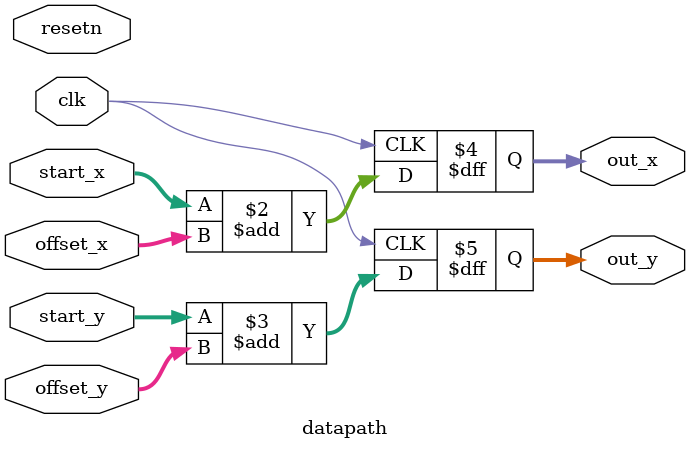
<source format=v>

module block_drawer
	(
		clock,		// onboard 50mhz 
      resetn,			// reset for block drawer
		start_x,			// starting x coordinate
		start_y,			// starting y coordinate
		colour,			// colour of the resulting block
		block_size, 	// size of the resulting block
		finished,		// whether the block has finished drawing
		// The ports below are for the VGA output.  Do not change.
		VGA_CLK,   						//	VGA Clock
		VGA_HS,							//	VGA H_SYNC
		VGA_VS,							//	VGA V_SYNC
		VGA_BLANK_N,						//	VGA BLANK
		VGA_SYNC_N,						//	VGA SYNC
		VGA_R,   						//	VGA Red[9:0]
		VGA_G,	 						//	VGA Green[9:0]
		VGA_B,   						//	VGA Blue[9:0],
	);

	input	clock;							//	clock used to draw each pixel
	input resetn;							// reset for the block
	input [7:0] start_x;					// starting x coordinate of the block
	input [6:0] start_y;					// starting y coordinate of the block
	input [2:0] colour;					// colour of the block
	input [3:0]	block_size;				// block size

	// Declare your inputs and outputs here
	// Do not change the following outputs
	output 			finished;
	output			VGA_CLK;   				//	VGA Clock
	output			VGA_HS;					//	VGA H_SYNC
	output			VGA_VS;					//	VGA V_SYNC
	output			VGA_BLANK_N;				//	VGA BLANK
	output			VGA_SYNC_N;				//	VGA SYNC
	output	[9:0]	VGA_R;   				//	VGA Red[9:0]
	output	[9:0]	VGA_G;	 				//	VGA Green[9:0]
	output	[9:0]	VGA_B;   				//	VGA Blue[9:0]
	
	// Create the colour, x, y and writeEn wires that are inputs to the controller

	wire [7:0] drawn_x;
	wire [6:0] drawn_y;
	
	wire [4:0] offset_x, offset_y;
	
	// Create an Instance of a VGA controller - there can be only one!
	// Define the number of colours as well as the initial background
	// image file (.MIF) for the controller.
	vga_adapter VGA(
			.resetn(resetn),
			.clock(clock),
			.colour(colour),
			.x(drawn_x),
			.y(drawn_y),
			.plot(1'b1),
			/* Signals for the DAC to drive the monitor. */
			.VGA_R(VGA_R),
			.VGA_G(VGA_G),
			.VGA_B(VGA_B),
			.VGA_HS(VGA_HS),
			.VGA_VS(VGA_VS),
			.VGA_BLANK(VGA_BLANK_N),
			.VGA_SYNC(VGA_SYNC_N),
			.VGA_CLK(VGA_CLK));
		defparam VGA.RESOLUTION = "160x120";
		defparam VGA.MONOCHROME = "FALSE";
		defparam VGA.BITS_PER_COLOUR_CHANNEL = 1;
		defparam VGA.BACKGROUND_IMAGE = "black.mif";
    
    // Instansiate datapath
	// datapath d0(...);
	datapath d0(
		.clk(clock),
		.resetn(resetn),
		.offset_x(offset_x),
		.offset_y(offset_y),
      .start_x(start_x),
		.out_x(drawn_x),
		.start_y(start_y),
		.out_y(drawn_y)
	);

    // Instansiate FSM control
    // control c0(...);
    control c0(
        .clk(clock),
        .resetn(resetn),
        .offset_x(offset_x),
		  .offset_y(offset_y),
		  .block_size(block_size),
		  .finished(finished)
    );
    
endmodule

module control(
    input clk,
    input resetn,
	 input [3:0] block_size,
	 output reg [4:0] offset_x, offset_y,
	 output reg finished
    );
	 
	 reg first_draw = 1'b0;	// 0 means this is the first draw

    // Output logic aka all of our datapath control signals
    always @(posedge clk)
    begin
		if(~resetn) begin
			offset_x <= 0;
			offset_y <= 0;
			first_draw = 1'b0;
		end
		/*else if(offset_x == block_size - 4'd1 && offset_y == block_size - 4'd1) begin
			//die
			finished = 1'b1;
		end*/
		else if(offset_x > block_size - 4'd1) begin
			offset_x <= 0;
         offset_y <= offset_y + 1'd1;
			first_draw = 1'b0;
      end
		else if(first_draw == 1'b0) begin	// ensure first pixel gets drawn
			first_draw = 1'd1;
		end
		else 	
			begin
			// keep iterating only if we need to
			offset_x <= offset_x + 4'd1;
		end
	end
   
endmodule

module datapath(
    input clk,
    input resetn,
	 input [3:0] offset_x, offset_y,
	 input [7:0] start_x,
	 input[6:0] start_y,
    output reg [7:0] out_x,
    output reg [6:0] out_y
    );

    // Continually update X and Y coordinates based on input
    always@(posedge clk) begin
      // update X and Y drawing coordinates
		out_x = start_x + offset_x;
		out_y = start_y + offset_y;
    end
endmodule

</source>
